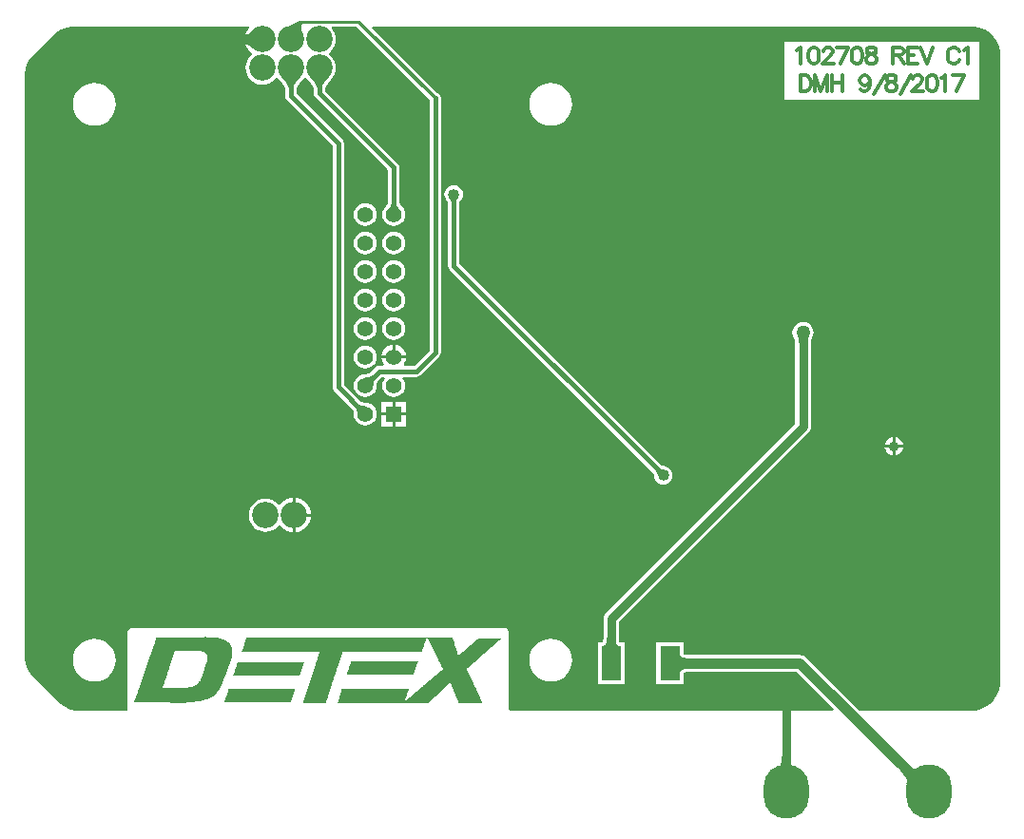
<source format=gtl>
G04 Layer_Physical_Order=1*
G04 Layer_Color=255*
%FSAX24Y24*%
%MOIN*%
G70*
G01*
G75*
%ADD10R,0.0701X0.1240*%
%ADD11C,0.0300*%
%ADD12C,0.0150*%
%ADD13C,0.0120*%
%ADD14C,0.0110*%
%ADD15C,0.0350*%
%ADD16C,0.0560*%
%ADD17R,0.0560X0.0560*%
%ADD18C,0.0920*%
%ADD19O,0.1600X0.1900*%
%ADD20C,0.0400*%
%ADD21C,0.0350*%
%ADD22C,0.0500*%
G36*
X-011518Y010817D02*
X-011507Y010787D01*
X-011490Y010761D01*
X-011465Y010738D01*
X-011434Y010719D01*
X-011395Y010703D01*
X-011350Y010691D01*
X-011297Y010682D01*
X-011238Y010677D01*
X-011171Y010675D01*
Y010325D01*
X-011238Y010323D01*
X-011297Y010318D01*
X-011350Y010309D01*
X-011395Y010297D01*
X-011434Y010281D01*
X-011465Y010262D01*
X-011490Y010239D01*
X-011507Y010213D01*
X-011518Y010183D01*
X-011521Y010150D01*
Y010850D01*
X-011518Y010817D01*
D02*
G37*
G36*
X-019503Y011398D02*
X-019487D01*
Y011331D01*
X-019470D01*
Y011298D01*
X-019453D01*
Y011265D01*
X-019437D01*
Y011181D01*
X-019420D01*
Y011114D01*
X-019403D01*
Y011081D01*
X-019387D01*
Y011031D01*
X-019370D01*
Y010981D01*
X-019353D01*
Y010931D01*
X-019337D01*
Y010864D01*
X-019320D01*
Y010814D01*
X-019303D01*
Y010798D01*
X-019236D01*
Y010814D01*
X-019220D01*
Y010831D01*
X-019203D01*
Y010848D01*
X-019186D01*
Y010864D01*
X-019170D01*
Y010881D01*
X-019153D01*
Y010898D01*
X-019136D01*
Y010914D01*
X-019103D01*
Y010931D01*
X-019086D01*
Y010948D01*
X-019070D01*
Y010964D01*
X-019053D01*
Y010981D01*
X-019036D01*
Y010998D01*
X-019020D01*
Y011014D01*
X-018986D01*
Y011031D01*
X-018970D01*
Y011048D01*
X-018953D01*
Y011064D01*
X-018936D01*
Y011081D01*
X-018920D01*
Y011098D01*
X-018903D01*
Y011114D01*
X-018886D01*
Y011131D01*
X-018853D01*
Y011148D01*
X-018836D01*
Y011164D01*
X-018819D01*
Y011181D01*
X-018803D01*
Y011198D01*
X-018786D01*
Y011215D01*
X-018769D01*
Y011231D01*
X-018736D01*
Y011248D01*
X-018719D01*
Y011265D01*
X-018703D01*
Y011281D01*
X-018686D01*
Y011298D01*
X-018669D01*
Y011315D01*
X-018653D01*
Y011331D01*
X-018636D01*
Y011348D01*
X-018603D01*
Y011365D01*
X-018586D01*
Y011381D01*
X-017785D01*
Y011365D01*
X-017802D01*
Y011348D01*
X-017819D01*
Y011331D01*
X-017835D01*
Y011315D01*
X-017869D01*
Y011298D01*
X-017885D01*
Y011281D01*
X-017902D01*
Y011265D01*
X-017919D01*
Y011248D01*
X-017935D01*
Y011231D01*
X-017952D01*
Y011215D01*
X-017985D01*
Y011198D01*
X-018002D01*
Y011181D01*
X-018019D01*
Y011164D01*
X-018035D01*
Y011148D01*
X-018052D01*
Y011131D01*
X-018069D01*
Y011114D01*
X-018086D01*
Y011098D01*
X-018102D01*
Y011081D01*
X-018136D01*
Y011064D01*
X-018152D01*
Y011048D01*
X-018169D01*
Y011031D01*
X-018186D01*
Y011014D01*
X-018202D01*
Y010998D01*
X-018219D01*
Y010981D01*
X-018236D01*
Y010964D01*
X-018252D01*
Y010948D01*
X-018269D01*
Y010931D01*
X-018286D01*
Y010914D01*
X-018319D01*
Y010898D01*
X-018336D01*
Y010881D01*
X-018352D01*
Y010864D01*
X-018369D01*
Y010848D01*
X-018386D01*
Y010831D01*
X-018419D01*
Y010814D01*
X-018436D01*
Y010798D01*
X-018452D01*
Y010781D01*
X-018469D01*
Y010764D01*
X-018486D01*
Y010747D01*
X-018503D01*
Y010731D01*
X-018519D01*
Y010714D01*
X-018536D01*
Y010697D01*
X-018553D01*
Y010681D01*
X-018569D01*
Y010664D01*
X-018586D01*
Y010647D01*
X-018603D01*
Y010631D01*
X-018636D01*
Y010614D01*
X-018653D01*
Y010597D01*
X-018669D01*
Y010581D01*
X-018686D01*
Y010564D01*
X-018703D01*
Y010547D01*
X-018736D01*
Y010531D01*
X-018753D01*
Y010514D01*
X-018769D01*
Y010497D01*
X-018786D01*
Y010481D01*
X-018803D01*
Y010464D01*
X-018819D01*
Y010447D01*
X-018853D01*
Y010414D01*
X-018869D01*
Y010397D01*
X-018903D01*
Y010381D01*
X-018920D01*
Y010364D01*
X-018936D01*
Y010347D01*
X-018953D01*
Y010330D01*
X-018986D01*
Y010247D01*
X-018970D01*
Y010230D01*
X-018953D01*
Y010180D01*
X-018936D01*
Y010147D01*
X-018920D01*
Y010114D01*
X-018903D01*
Y010097D01*
X-018886D01*
Y010047D01*
X-018869D01*
Y010014D01*
X-018853D01*
Y009980D01*
X-018836D01*
Y009930D01*
X-018819D01*
Y009897D01*
X-018803D01*
Y009863D01*
X-018786D01*
Y009830D01*
X-018769D01*
Y009797D01*
X-018753D01*
Y009747D01*
X-018736D01*
Y009713D01*
X-018719D01*
Y009680D01*
X-018703D01*
Y009663D01*
X-018686D01*
Y009630D01*
X-018669D01*
Y009580D01*
X-018653D01*
Y009547D01*
X-018636D01*
Y009530D01*
X-018619D01*
Y009480D01*
X-018603D01*
Y009430D01*
X-018586D01*
Y009396D01*
X-018569D01*
Y009380D01*
X-018553D01*
Y009330D01*
X-018536D01*
Y009280D01*
X-018519D01*
Y009246D01*
X-018503D01*
Y009230D01*
X-018486D01*
Y009180D01*
X-018469D01*
Y009146D01*
X-018452D01*
Y009113D01*
X-019286D01*
Y009146D01*
X-019303D01*
Y009196D01*
X-019320D01*
Y009230D01*
X-019337D01*
Y009263D01*
X-019353D01*
Y009313D01*
X-019370D01*
Y009346D01*
X-019387D01*
Y009380D01*
X-019403D01*
Y009430D01*
X-019420D01*
Y009463D01*
X-019437D01*
Y009513D01*
X-019453D01*
Y009563D01*
X-019470D01*
Y009597D01*
X-019487D01*
Y009630D01*
X-019503D01*
Y009663D01*
X-019520D01*
Y009730D01*
X-019537D01*
Y009780D01*
X-019553D01*
Y009797D01*
X-019620D01*
Y009780D01*
X-019637D01*
Y009763D01*
X-019653D01*
Y009747D01*
X-019670D01*
Y009730D01*
X-019687D01*
Y009713D01*
X-019703D01*
Y009697D01*
X-019720D01*
Y009680D01*
X-019737D01*
Y009663D01*
X-019754D01*
Y009647D01*
X-019787D01*
Y009630D01*
X-019804D01*
Y009613D01*
X-019820D01*
Y009580D01*
X-019854D01*
Y009563D01*
X-019870D01*
Y009547D01*
X-019887D01*
Y009530D01*
X-019904D01*
Y009513D01*
X-019920D01*
Y009496D01*
X-019937D01*
Y009480D01*
X-019954D01*
Y009463D01*
X-019970D01*
Y009446D01*
X-019987D01*
Y009430D01*
X-020004D01*
Y009413D01*
X-020037D01*
Y009380D01*
X-020054D01*
Y009363D01*
X-020070D01*
Y009346D01*
X-020104D01*
Y009330D01*
X-020120D01*
Y009313D01*
X-020137D01*
Y009296D01*
X-020154D01*
Y009280D01*
X-020171D01*
Y009263D01*
X-020187D01*
Y009246D01*
X-020204D01*
Y009230D01*
X-020221D01*
Y009213D01*
X-020237D01*
Y009196D01*
X-020271D01*
Y009180D01*
X-020287D01*
Y009163D01*
X-020304D01*
Y009146D01*
X-020321D01*
Y009130D01*
X-020337D01*
Y009113D01*
X-023507D01*
Y009130D01*
X-023490D01*
Y009196D01*
X-023473D01*
Y009246D01*
X-023456D01*
Y009313D01*
X-023440D01*
Y009380D01*
X-023423D01*
Y009396D01*
X-023406D01*
Y009480D01*
X-023390D01*
Y009563D01*
X-023373D01*
Y009613D01*
X-021021D01*
Y009597D01*
X-021038D01*
Y009530D01*
X-021055D01*
Y009480D01*
X-021071D01*
Y009463D01*
X-021088D01*
Y009413D01*
X-021105D01*
Y009330D01*
X-021121D01*
Y009296D01*
X-021138D01*
Y009280D01*
X-021155D01*
Y009213D01*
X-021105D01*
Y009230D01*
X-021071D01*
Y009246D01*
X-021055D01*
Y009263D01*
X-021038D01*
Y009280D01*
X-021021D01*
Y009296D01*
X-020988D01*
Y009313D01*
X-020971D01*
Y009330D01*
X-020954D01*
Y009346D01*
X-020938D01*
Y009363D01*
X-020921D01*
Y009380D01*
X-020904D01*
Y009396D01*
X-020888D01*
Y009413D01*
X-020871D01*
Y009430D01*
X-020854D01*
Y009446D01*
X-020821D01*
Y009463D01*
X-020804D01*
Y009480D01*
X-020788D01*
Y009496D01*
X-020771D01*
Y009513D01*
X-020738D01*
Y009530D01*
X-020721D01*
Y009547D01*
X-020704D01*
Y009563D01*
X-020688D01*
Y009580D01*
X-020671D01*
Y009597D01*
X-020654D01*
Y009613D01*
X-020638D01*
Y009630D01*
X-020604D01*
Y009647D01*
X-020588D01*
Y009663D01*
X-020571D01*
Y009680D01*
X-020537D01*
Y009697D01*
X-020521D01*
Y009730D01*
X-020504D01*
Y009747D01*
X-020471D01*
Y009763D01*
X-020454D01*
Y009780D01*
X-020437D01*
Y009797D01*
X-020404D01*
Y009813D01*
X-020387D01*
Y009830D01*
X-020371D01*
Y009847D01*
X-020354D01*
Y009863D01*
X-020337D01*
Y009880D01*
X-020321D01*
Y009897D01*
X-020287D01*
Y009913D01*
X-020271D01*
Y009930D01*
X-020254D01*
Y009947D01*
X-020237D01*
Y009964D01*
X-020221D01*
Y009980D01*
X-020187D01*
Y010014D01*
X-020154D01*
Y010030D01*
X-020137D01*
Y010047D01*
X-020120D01*
Y010064D01*
X-020104D01*
Y010080D01*
X-020070D01*
Y010097D01*
X-020054D01*
Y010114D01*
X-020037D01*
Y010130D01*
X-020004D01*
Y010164D01*
X-019987D01*
Y010180D01*
X-019954D01*
Y010197D01*
X-019937D01*
Y010214D01*
X-019920D01*
Y010230D01*
X-019904D01*
Y010247D01*
X-019870D01*
Y010264D01*
X-019837D01*
Y010330D01*
X-019854D01*
Y010347D01*
X-019870D01*
Y010381D01*
X-019887D01*
Y010414D01*
X-019904D01*
Y010464D01*
X-019920D01*
Y010481D01*
X-019937D01*
Y010531D01*
X-019954D01*
Y010564D01*
X-019970D01*
Y010581D01*
X-019987D01*
Y010631D01*
X-020004D01*
Y010664D01*
X-020020D01*
Y010697D01*
X-020037D01*
Y010731D01*
X-020054D01*
Y010764D01*
X-020070D01*
Y010798D01*
X-020087D01*
Y010831D01*
X-020104D01*
Y010864D01*
X-020120D01*
Y010914D01*
X-020137D01*
Y010931D01*
X-020154D01*
Y010948D01*
X-020171D01*
Y010998D01*
X-020187D01*
Y011048D01*
X-020204D01*
Y011064D01*
X-020221D01*
Y011081D01*
X-020237D01*
Y011131D01*
X-020254D01*
Y011181D01*
X-020271D01*
Y011198D01*
X-020287D01*
Y011231D01*
X-020304D01*
Y011281D01*
X-020321D01*
Y011315D01*
X-020337D01*
Y011331D01*
X-020354D01*
Y011365D01*
X-020371D01*
Y011381D01*
X-020421D01*
Y011331D01*
X-020437D01*
Y011265D01*
X-020454D01*
Y011231D01*
X-020471D01*
Y011198D01*
X-020487D01*
Y011131D01*
X-020504D01*
Y011064D01*
X-020521D01*
Y011031D01*
X-020537D01*
Y010998D01*
X-020554D01*
Y010931D01*
X-020571D01*
Y010914D01*
X-023323D01*
Y010898D01*
X-023340D01*
Y010864D01*
X-023356D01*
Y010814D01*
X-023373D01*
Y010747D01*
X-023390D01*
Y010697D01*
X-023406D01*
Y010664D01*
X-023423D01*
Y010614D01*
X-023440D01*
Y010564D01*
X-023456D01*
Y010514D01*
X-023473D01*
Y010464D01*
X-023490D01*
Y010414D01*
X-023507D01*
Y010381D01*
X-023523D01*
Y010330D01*
X-023540D01*
Y010264D01*
X-023557D01*
Y010214D01*
X-023573D01*
Y010164D01*
X-023590D01*
Y010097D01*
X-023607D01*
Y010064D01*
X-023623D01*
Y010030D01*
X-023640D01*
Y009980D01*
X-023657D01*
Y009913D01*
X-023673D01*
Y009863D01*
X-023690D01*
Y009830D01*
X-023707D01*
Y009780D01*
X-023723D01*
Y009713D01*
X-023740D01*
Y009663D01*
X-023757D01*
Y009613D01*
X-023773D01*
Y009580D01*
X-023790D01*
Y009496D01*
X-023807D01*
Y009446D01*
X-023823D01*
Y009413D01*
X-023840D01*
Y009363D01*
X-023857D01*
Y009280D01*
X-023873D01*
Y009230D01*
X-023890D01*
Y009213D01*
X-023907D01*
Y009163D01*
X-023923D01*
Y009113D01*
X-024724D01*
Y009146D01*
X-024707D01*
Y009196D01*
X-024691D01*
Y009246D01*
X-024674D01*
Y009296D01*
X-024657D01*
Y009363D01*
X-024641D01*
Y009413D01*
X-024624D01*
Y009430D01*
X-024607D01*
Y009513D01*
X-024591D01*
Y009563D01*
X-024574D01*
Y009613D01*
X-024557D01*
Y009647D01*
X-024541D01*
Y009713D01*
X-024524D01*
Y009763D01*
X-024507D01*
Y009797D01*
X-024491D01*
Y009830D01*
X-024474D01*
Y009913D01*
X-024457D01*
Y009947D01*
X-024441D01*
Y009997D01*
X-024424D01*
Y010047D01*
X-024407D01*
Y010114D01*
X-024391D01*
Y010147D01*
X-024374D01*
Y010197D01*
X-024357D01*
Y010247D01*
X-024340D01*
Y010297D01*
X-024324D01*
Y010347D01*
X-024307D01*
Y010414D01*
X-024290D01*
Y010481D01*
X-024274D01*
Y010531D01*
X-024257D01*
Y010564D01*
X-024240D01*
Y010614D01*
X-024224D01*
Y010697D01*
X-024207D01*
Y010731D01*
X-024190D01*
Y010781D01*
X-024174D01*
Y010831D01*
X-024157D01*
Y010898D01*
X-025225D01*
Y010914D01*
X-025541D01*
Y010898D01*
X-025558D01*
Y010914D01*
X-026876D01*
Y010931D01*
X-026859D01*
Y010964D01*
X-026842D01*
Y011014D01*
X-026826D01*
Y011081D01*
X-026809D01*
Y011114D01*
X-026792D01*
Y011164D01*
X-026776D01*
Y011231D01*
X-026759D01*
Y011281D01*
X-026742D01*
Y011331D01*
X-026726D01*
Y011365D01*
X-026709D01*
Y011415D01*
X-026676D01*
Y011398D01*
X-019520D01*
Y011415D01*
X-019503D01*
Y011398D01*
D02*
G37*
G36*
X-024674Y010531D02*
X-024691D01*
Y010497D01*
X-024707D01*
Y010464D01*
X-024724D01*
Y010397D01*
X-024741D01*
Y010364D01*
X-024757D01*
Y010314D01*
X-024774D01*
Y010264D01*
X-024791D01*
Y010197D01*
X-024808D01*
Y010180D01*
X-024824D01*
Y010114D01*
X-024841D01*
Y010080D01*
X-027176D01*
Y010097D01*
X-027159D01*
Y010147D01*
X-027143D01*
Y010180D01*
X-027126D01*
Y010230D01*
X-027109D01*
Y010297D01*
X-027093D01*
Y010364D01*
X-027076D01*
Y010381D01*
X-027059D01*
Y010447D01*
X-027043D01*
Y010514D01*
X-027026D01*
Y010547D01*
X-024674D01*
Y010531D01*
D02*
G37*
G36*
X-020704D02*
X-020721D01*
Y010497D01*
X-020738D01*
Y010464D01*
X-020754D01*
Y010397D01*
X-020771D01*
Y010364D01*
X-020788D01*
Y010314D01*
X-020804D01*
Y010264D01*
X-020821D01*
Y010230D01*
X-020838D01*
Y010164D01*
X-020854D01*
Y010130D01*
X-020871D01*
Y010097D01*
X-023206D01*
Y010114D01*
X-023190D01*
Y010164D01*
X-023173D01*
Y010197D01*
X-023156D01*
Y010230D01*
X-023140D01*
Y010280D01*
X-023123D01*
Y010347D01*
X-023106D01*
Y010397D01*
X-023089D01*
Y010414D01*
X-023073D01*
Y010481D01*
X-023056D01*
Y010547D01*
X-023039D01*
Y010564D01*
X-020704D01*
Y010531D01*
D02*
G37*
G36*
X-022187Y020507D02*
X-022203Y020489D01*
X-022218Y020469D01*
X-022230Y020448D01*
X-022241Y020425D01*
X-022250Y020401D01*
X-022258Y020375D01*
X-022263Y020347D01*
X-022267Y020317D01*
X-022269Y020286D01*
X-022270Y020253D01*
X-022547Y020530D01*
X-022514Y020531D01*
X-022483Y020533D01*
X-022453Y020537D01*
X-022425Y020542D01*
X-022399Y020550D01*
X-022375Y020559D01*
X-022352Y020570D01*
X-022331Y020582D01*
X-022311Y020597D01*
X-022293Y020613D01*
X-022187Y020507D01*
D02*
G37*
G36*
X-022789Y019597D02*
X-022769Y019582D01*
X-022748Y019570D01*
X-022725Y019559D01*
X-022701Y019550D01*
X-022675Y019542D01*
X-022647Y019537D01*
X-022617Y019533D01*
X-022586Y019531D01*
X-022553Y019530D01*
X-022830Y019253D01*
X-022831Y019286D01*
X-022833Y019317D01*
X-022837Y019347D01*
X-022842Y019375D01*
X-022850Y019401D01*
X-022859Y019425D01*
X-022870Y019448D01*
X-022882Y019469D01*
X-022897Y019489D01*
X-022913Y019507D01*
X-022807Y019613D01*
X-022789Y019597D01*
D02*
G37*
G36*
X-028077Y011415D02*
X-027843D01*
Y011398D01*
X-027693D01*
Y011381D01*
X-027626D01*
Y011365D01*
X-027576D01*
Y011348D01*
X-027510D01*
Y011331D01*
X-027476D01*
Y011315D01*
X-027460D01*
Y011298D01*
X-027410D01*
Y011281D01*
X-027393D01*
Y011265D01*
X-027376D01*
Y011248D01*
X-027343D01*
Y011231D01*
X-027326D01*
Y011215D01*
X-027310D01*
Y011198D01*
X-027293D01*
Y011164D01*
X-027276D01*
Y011131D01*
X-027259D01*
Y011098D01*
X-027243D01*
Y011081D01*
X-027226D01*
Y010981D01*
X-027209D01*
Y010781D01*
X-027226D01*
Y010664D01*
X-027243D01*
Y010631D01*
X-027259D01*
Y010581D01*
X-027276D01*
Y010531D01*
X-027293D01*
Y010464D01*
X-027310D01*
Y010447D01*
X-027326D01*
Y010397D01*
X-027343D01*
Y010330D01*
X-027360D01*
Y010297D01*
X-027376D01*
Y010264D01*
X-027393D01*
Y010214D01*
X-027410D01*
Y010180D01*
X-027426D01*
Y010114D01*
X-027443D01*
Y010080D01*
X-027460D01*
Y010047D01*
X-027476D01*
Y009997D01*
X-027493D01*
Y009964D01*
X-027510D01*
Y009897D01*
X-027526D01*
Y009863D01*
X-027543D01*
Y009830D01*
X-027560D01*
Y009780D01*
X-027576D01*
Y009747D01*
X-027593D01*
Y009713D01*
X-027610D01*
Y009680D01*
X-027626D01*
Y009647D01*
X-027643D01*
Y009597D01*
X-027660D01*
Y009580D01*
X-027676D01*
Y009563D01*
X-027693D01*
Y009530D01*
X-027710D01*
Y009513D01*
X-027727D01*
Y009496D01*
X-027743D01*
Y009463D01*
X-027760D01*
Y009446D01*
X-027777D01*
Y009430D01*
X-027793D01*
Y009413D01*
X-027810D01*
Y009396D01*
X-027827D01*
Y009380D01*
X-027843D01*
Y009363D01*
X-027860D01*
Y009346D01*
X-027893D01*
Y009330D01*
X-027927D01*
Y009313D01*
X-027943D01*
Y009296D01*
X-027977D01*
Y009280D01*
X-028027D01*
Y009263D01*
X-028060D01*
Y009246D01*
X-028093D01*
Y009230D01*
X-028177D01*
Y009213D01*
X-028227D01*
Y009196D01*
X-028294D01*
Y009180D01*
X-028410D01*
Y009163D01*
X-028527D01*
Y009146D01*
X-028661D01*
Y009130D01*
X-028827D01*
Y009113D01*
X-029395D01*
Y009130D01*
X-030362D01*
Y009146D01*
X-030645D01*
Y009196D01*
X-030629D01*
Y009230D01*
X-030612D01*
Y009263D01*
X-030595D01*
Y009313D01*
X-030579D01*
Y009380D01*
X-030562D01*
Y009430D01*
X-030545D01*
Y009446D01*
X-030529D01*
Y009530D01*
X-030512D01*
Y009563D01*
X-030495D01*
Y009613D01*
X-030479D01*
Y009647D01*
X-030462D01*
Y009697D01*
X-030445D01*
Y009747D01*
X-030429D01*
Y009797D01*
X-030412D01*
Y009830D01*
X-030395D01*
Y009897D01*
X-030379D01*
Y009947D01*
X-030362D01*
Y009997D01*
X-030345D01*
Y010047D01*
X-030329D01*
Y010114D01*
X-030312D01*
Y010147D01*
X-030295D01*
Y010180D01*
X-030279D01*
Y010230D01*
X-030262D01*
Y010314D01*
X-030245D01*
Y010330D01*
X-030229D01*
Y010381D01*
X-030212D01*
Y010431D01*
X-030195D01*
Y010497D01*
X-030178D01*
Y010531D01*
X-030162D01*
Y010581D01*
X-030145D01*
Y010631D01*
X-030128D01*
Y010664D01*
X-030112D01*
Y010731D01*
X-030095D01*
Y010764D01*
X-030078D01*
Y010814D01*
X-030062D01*
Y010864D01*
X-030045D01*
Y010914D01*
X-030028D01*
Y010964D01*
X-030012D01*
Y010998D01*
X-029995D01*
Y011048D01*
X-029978D01*
Y011114D01*
X-029962D01*
Y011164D01*
X-029945D01*
Y011181D01*
X-029928D01*
Y011248D01*
X-029912D01*
Y011315D01*
X-029895D01*
Y011365D01*
X-029878D01*
Y011398D01*
X-029862D01*
Y011431D01*
X-029845D01*
Y011415D01*
X-028177D01*
Y011431D01*
X-028110D01*
Y011415D01*
X-028093D01*
Y011431D01*
X-028077D01*
Y011415D01*
D02*
G37*
G36*
X-001008Y032812D02*
X-000826Y032736D01*
X-000663Y032627D01*
X-000523Y032487D01*
X-000414Y032324D01*
X-000338Y032142D01*
X-000300Y031948D01*
Y031850D01*
Y009850D01*
Y009752D01*
X-000338Y009558D01*
X-000414Y009376D01*
X-000523Y009213D01*
X-000663Y009073D01*
X-000826Y008964D01*
X-001008Y008888D01*
X-001202Y008850D01*
X-005239D01*
X-007100Y010710D01*
X-007161Y010758D01*
X-007233Y010787D01*
X-007310Y010798D01*
X-011177D01*
X-011231Y010799D01*
X-011282Y010803D01*
X-011324Y010810D01*
X-011356Y010819D01*
X-011378Y010828D01*
X-011391Y010836D01*
X-011396Y010841D01*
X-011397Y010842D01*
X-011398Y010844D01*
X-011400Y010863D01*
X-011400Y010864D01*
Y011240D01*
X-012341D01*
Y009760D01*
X-011400D01*
Y010136D01*
X-011400Y010137D01*
X-011398Y010156D01*
X-011397Y010158D01*
X-011396Y010159D01*
X-011391Y010164D01*
X-011378Y010172D01*
X-011356Y010181D01*
X-011324Y010190D01*
X-011282Y010197D01*
X-011231Y010201D01*
X-011177Y010202D01*
X-007433D01*
X-006127Y008896D01*
X-006146Y008850D01*
X-017504D01*
X-017536Y008889D01*
X-017534Y008896D01*
Y011626D01*
X-017544Y011675D01*
X-017571Y011716D01*
X-017613Y011744D01*
X-017661Y011753D01*
X-030747D01*
X-030795Y011744D01*
X-030837Y011716D01*
X-030864Y011675D01*
X-030874Y011626D01*
Y008896D01*
X-030872Y008889D01*
X-030904Y008850D01*
X-032684D01*
X-032877Y008888D01*
X-033059Y008964D01*
X-033223Y009073D01*
X-033293Y009143D01*
X-034207Y010057D01*
X-034277Y010127D01*
X-034386Y010291D01*
X-034462Y010473D01*
X-034500Y010666D01*
Y010764D01*
Y031086D01*
Y031184D01*
X-034462Y031377D01*
X-034386Y031559D01*
X-034277Y031723D01*
X-034207Y031793D01*
Y031793D01*
X-033443Y032557D01*
X-033373Y032627D01*
X-033209Y032736D01*
X-033027Y032812D01*
X-032834Y032850D01*
X-026636D01*
X-026613Y032800D01*
X-026670Y032731D01*
X-026726Y032625D01*
X-026747Y032555D01*
X-026747Y032555D01*
X-026707Y032568D01*
X-026668Y032583D01*
X-026631Y032602D01*
X-026594Y032624D01*
X-026558Y032650D01*
X-026523Y032679D01*
X-026489Y032712D01*
Y032440D01*
X-026160D01*
Y032340D01*
X-026489D01*
Y032068D01*
X-026523Y032101D01*
X-026558Y032130D01*
X-026594Y032156D01*
X-026631Y032178D01*
X-026668Y032197D01*
X-026707Y032212D01*
X-026747Y032225D01*
X-026747Y032225D01*
X-026726Y032155D01*
X-026670Y032049D01*
X-026593Y031957D01*
X-026528Y031903D01*
X-026526Y031840D01*
X-026572Y031802D01*
X-026645Y031714D01*
X-026698Y031613D01*
X-026732Y031504D01*
X-026743Y031390D01*
X-026732Y031276D01*
X-026698Y031167D01*
X-026645Y031066D01*
X-026572Y030978D01*
X-026484Y030905D01*
X-026383Y030852D01*
X-026274Y030818D01*
X-026160Y030807D01*
X-026046Y030818D01*
X-025937Y030852D01*
X-025836Y030905D01*
X-025748Y030978D01*
X-025691Y031047D01*
X-025682Y031051D01*
X-025638D01*
X-025629Y031047D01*
X-025572Y030978D01*
X-025568Y030975D01*
X-025525Y030931D01*
X-025451Y030846D01*
X-025424Y030810D01*
X-025401Y030776D01*
X-025384Y030745D01*
X-025371Y030718D01*
X-025363Y030694D01*
X-025359Y030675D01*
X-025359Y030675D01*
Y030410D01*
X-025344Y030334D01*
X-025301Y030269D01*
X-023699Y028668D01*
Y020200D01*
X-023684Y020124D01*
X-023641Y020059D01*
X-022989Y019407D01*
X-022984Y019402D01*
X-022978Y019391D01*
X-022972Y019378D01*
X-022966Y019363D01*
X-022961Y019346D01*
X-022957Y019326D01*
X-022955Y019305D01*
X-022953Y019281D01*
X-022952Y019258D01*
X-022953Y019250D01*
X-022940Y019146D01*
X-022899Y019048D01*
X-022835Y018965D01*
X-022752Y018901D01*
X-022654Y018860D01*
X-022550Y018847D01*
X-022446Y018860D01*
X-022348Y018901D01*
X-022265Y018965D01*
X-022201Y019048D01*
X-022160Y019146D01*
X-022147Y019250D01*
X-022160Y019354D01*
X-022201Y019452D01*
X-022265Y019535D01*
X-022348Y019599D01*
X-022446Y019640D01*
X-022550Y019653D01*
X-022558Y019652D01*
X-022581Y019653D01*
X-022605Y019655D01*
X-022626Y019657D01*
X-022646Y019661D01*
X-022663Y019666D01*
X-022678Y019672D01*
X-022691Y019678D01*
X-022702Y019684D01*
X-022707Y019689D01*
X-023301Y020282D01*
Y028750D01*
X-023316Y028826D01*
X-023359Y028891D01*
X-024961Y030492D01*
Y030675D01*
X-024961Y030675D01*
X-024957Y030694D01*
X-024949Y030718D01*
X-024936Y030745D01*
X-024919Y030776D01*
X-024896Y030810D01*
X-024869Y030846D01*
X-024795Y030931D01*
X-024752Y030975D01*
X-024748Y030978D01*
X-024691Y031047D01*
X-024682Y031051D01*
X-024638D01*
X-024629Y031047D01*
X-024572Y030978D01*
X-024568Y030975D01*
X-024525Y030931D01*
X-024451Y030846D01*
X-024424Y030810D01*
X-024401Y030776D01*
X-024384Y030745D01*
X-024371Y030718D01*
X-024363Y030694D01*
X-024359Y030675D01*
X-024359Y030675D01*
Y030505D01*
X-024344Y030429D01*
X-024301Y030364D01*
X-021749Y027813D01*
Y026672D01*
X-021750Y026664D01*
X-021753Y026652D01*
X-021758Y026639D01*
X-021764Y026624D01*
X-021773Y026609D01*
X-021784Y026592D01*
X-021797Y026575D01*
X-021813Y026556D01*
X-021829Y026540D01*
X-021835Y026535D01*
X-021899Y026452D01*
X-021940Y026354D01*
X-021953Y026250D01*
X-021940Y026146D01*
X-021899Y026048D01*
X-021835Y025965D01*
X-021752Y025901D01*
X-021654Y025860D01*
X-021550Y025847D01*
X-021446Y025860D01*
X-021348Y025901D01*
X-021265Y025965D01*
X-021201Y026048D01*
X-021160Y026146D01*
X-021147Y026250D01*
X-021160Y026354D01*
X-021201Y026452D01*
X-021265Y026535D01*
X-021271Y026540D01*
X-021287Y026556D01*
X-021303Y026575D01*
X-021316Y026592D01*
X-021327Y026609D01*
X-021336Y026624D01*
X-021342Y026639D01*
X-021347Y026652D01*
X-021350Y026664D01*
X-021351Y026672D01*
Y027895D01*
X-021366Y027971D01*
X-021409Y028036D01*
X-023961Y030587D01*
Y030675D01*
X-023961Y030675D01*
X-023957Y030694D01*
X-023949Y030718D01*
X-023936Y030745D01*
X-023919Y030776D01*
X-023896Y030810D01*
X-023869Y030846D01*
X-023795Y030931D01*
X-023752Y030975D01*
X-023748Y030978D01*
X-023675Y031066D01*
X-023622Y031167D01*
X-023588Y031276D01*
X-023577Y031390D01*
X-023588Y031504D01*
X-023622Y031613D01*
X-023675Y031714D01*
X-023748Y031802D01*
X-023817Y031859D01*
X-023821Y031868D01*
Y031912D01*
X-023817Y031921D01*
X-023748Y031978D01*
X-023675Y032066D01*
X-023622Y032167D01*
X-023588Y032276D01*
X-023577Y032390D01*
X-023588Y032504D01*
X-023622Y032613D01*
X-023675Y032714D01*
X-023735Y032787D01*
X-023714Y032837D01*
X-022867D01*
X-022860Y032825D01*
X-020299Y030264D01*
Y021482D01*
X-020832Y020949D01*
X-021183D01*
X-021205Y020994D01*
X-021174Y021033D01*
X-021131Y021138D01*
X-021123Y021200D01*
X-021977D01*
X-021969Y021138D01*
X-021926Y021033D01*
X-021895Y020994D01*
X-021917Y020949D01*
X-022050D01*
X-022126Y020934D01*
X-022191Y020891D01*
X-022393Y020689D01*
X-022398Y020684D01*
X-022409Y020678D01*
X-022422Y020672D01*
X-022437Y020666D01*
X-022454Y020661D01*
X-022474Y020657D01*
X-022495Y020655D01*
X-022519Y020653D01*
X-022542Y020652D01*
X-022550Y020653D01*
X-022654Y020640D01*
X-022752Y020599D01*
X-022835Y020535D01*
X-022899Y020452D01*
X-022940Y020354D01*
X-022953Y020250D01*
X-022940Y020146D01*
X-022899Y020048D01*
X-022835Y019965D01*
X-022752Y019901D01*
X-022654Y019860D01*
X-022550Y019847D01*
X-022446Y019860D01*
X-022348Y019901D01*
X-022265Y019965D01*
X-022201Y020048D01*
X-022160Y020146D01*
X-022147Y020250D01*
X-022148Y020258D01*
X-022147Y020281D01*
X-022145Y020305D01*
X-022143Y020326D01*
X-022139Y020346D01*
X-022134Y020363D01*
X-022128Y020378D01*
X-022122Y020391D01*
X-022116Y020402D01*
X-022111Y020407D01*
X-021968Y020551D01*
X-021886D01*
X-021861Y020501D01*
X-021899Y020452D01*
X-021940Y020354D01*
X-021953Y020250D01*
X-021940Y020146D01*
X-021899Y020048D01*
X-021835Y019965D01*
X-021752Y019901D01*
X-021654Y019860D01*
X-021550Y019847D01*
X-021446Y019860D01*
X-021348Y019901D01*
X-021265Y019965D01*
X-021201Y020048D01*
X-021160Y020146D01*
X-021147Y020250D01*
X-021160Y020354D01*
X-021201Y020452D01*
X-021239Y020501D01*
X-021214Y020551D01*
X-020750D01*
X-020674Y020566D01*
X-020609Y020609D01*
X-019959Y021259D01*
X-019916Y021324D01*
X-019901Y021400D01*
Y030325D01*
X-019916Y030401D01*
X-019959Y030466D01*
X-020024Y030509D01*
X-020024Y030509D01*
X-022319Y032804D01*
X-022300Y032850D01*
X-001202D01*
X-001008Y032812D01*
D02*
G37*
G36*
X-007649Y007159D02*
X-007644Y007101D01*
X-007637Y007049D01*
X-007626Y007004D01*
X-007613Y006967D01*
X-007596Y006936D01*
X-007577Y006912D01*
X-007554Y006894D01*
X-007529Y006884D01*
X-007500Y006881D01*
X-008100D01*
X-008071Y006884D01*
X-008046Y006894D01*
X-008023Y006912D01*
X-008004Y006936D01*
X-007987Y006967D01*
X-007974Y007004D01*
X-007963Y007049D01*
X-007956Y007101D01*
X-007951Y007159D01*
X-007950Y007225D01*
X-007650D01*
X-007649Y007159D01*
D02*
G37*
G36*
X-024991Y009597D02*
X-025008D01*
Y009530D01*
X-025024D01*
Y009496D01*
X-025041D01*
Y009463D01*
X-025058D01*
Y009413D01*
X-025074D01*
Y009346D01*
X-025091D01*
Y009313D01*
X-025108D01*
Y009280D01*
X-025124D01*
Y009213D01*
X-025141D01*
Y009146D01*
X-027476D01*
Y009196D01*
X-027460D01*
Y009230D01*
X-027443D01*
Y009313D01*
X-027426D01*
Y009330D01*
X-027410D01*
Y009380D01*
X-027393D01*
Y009446D01*
X-027376D01*
Y009463D01*
X-027360D01*
Y009547D01*
X-027343D01*
Y009597D01*
X-027326D01*
Y009613D01*
X-024991D01*
Y009597D01*
D02*
G37*
G36*
X-003505Y006945D02*
X-003452Y006900D01*
X-003403Y006863D01*
X-003358Y006835D01*
X-003317Y006816D01*
X-003279Y006805D01*
X-003245Y006803D01*
X-003214Y006810D01*
X-003188Y006825D01*
X-003165Y006849D01*
X-003585Y006281D01*
X-003568Y006311D01*
X-003559Y006344D01*
X-003558Y006380D01*
X-003565Y006419D01*
X-003580Y006461D01*
X-003603Y006506D01*
X-003634Y006555D01*
X-003673Y006606D01*
X-003720Y006660D01*
X-003775Y006718D01*
X-003562Y006999D01*
X-003505Y006945D01*
D02*
G37*
G36*
X-024885Y031014D02*
X-024964Y030924D01*
X-024996Y030881D01*
X-025023Y030840D01*
X-025045Y030801D01*
X-025063Y030763D01*
X-025075Y030727D01*
X-025083Y030693D01*
X-025085Y030660D01*
X-025235D01*
X-025237Y030693D01*
X-025245Y030727D01*
X-025257Y030763D01*
X-025275Y030801D01*
X-025297Y030840D01*
X-025324Y030881D01*
X-025356Y030924D01*
X-025435Y031014D01*
X-025482Y031061D01*
X-024838D01*
X-024885Y031014D01*
D02*
G37*
G36*
X-023885D02*
X-023964Y030924D01*
X-023996Y030881D01*
X-024023Y030840D01*
X-024045Y030801D01*
X-024063Y030763D01*
X-024075Y030727D01*
X-024083Y030693D01*
X-024085Y030660D01*
X-024235D01*
X-024237Y030693D01*
X-024245Y030727D01*
X-024257Y030763D01*
X-024275Y030801D01*
X-024297Y030840D01*
X-024324Y030881D01*
X-024356Y030924D01*
X-024435Y031014D01*
X-024482Y031061D01*
X-023838D01*
X-023885Y031014D01*
D02*
G37*
G36*
X-024746Y032976D02*
X-024767Y032951D01*
X-024783Y032923D01*
X-024794Y032891D01*
X-024800Y032856D01*
X-024801Y032817D01*
X-024798Y032775D01*
X-024790Y032729D01*
X-024777Y032680D01*
X-024760Y032627D01*
X-024737Y032571D01*
X-025333Y032816D01*
X-024848Y033030D01*
X-024746Y032976D01*
D02*
G37*
G36*
X-021474Y026664D02*
X-021470Y026640D01*
X-021464Y026616D01*
X-021456Y026593D01*
X-021445Y026569D01*
X-021431Y026545D01*
X-021416Y026521D01*
X-021398Y026497D01*
X-021377Y026474D01*
X-021354Y026450D01*
X-021746D01*
X-021723Y026474D01*
X-021702Y026497D01*
X-021684Y026521D01*
X-021669Y026545D01*
X-021655Y026569D01*
X-021644Y026593D01*
X-021636Y026616D01*
X-021630Y026640D01*
X-021626Y026664D01*
X-021625Y026688D01*
X-021475D01*
X-021474Y026664D01*
D02*
G37*
%LPC*%
G36*
X-028360Y010948D02*
X-029211D01*
Y010931D01*
X-029228D01*
Y010898D01*
X-029244D01*
Y010848D01*
X-029261D01*
Y010814D01*
X-029278D01*
Y010764D01*
X-029294D01*
Y010714D01*
X-029311D01*
Y010647D01*
X-029328D01*
Y010597D01*
X-029344D01*
Y010564D01*
X-029361D01*
Y010497D01*
X-029378D01*
Y010464D01*
X-029395D01*
Y010397D01*
X-029411D01*
Y010347D01*
X-029428D01*
Y010280D01*
X-029445D01*
Y010247D01*
X-029461D01*
Y010197D01*
X-029478D01*
Y010130D01*
X-029495D01*
Y010064D01*
X-029511D01*
Y010047D01*
X-029528D01*
Y009980D01*
X-029545D01*
Y009930D01*
X-029561D01*
Y009897D01*
X-029578D01*
Y009830D01*
X-029595D01*
Y009780D01*
X-029611D01*
Y009730D01*
X-029628D01*
Y009713D01*
X-029645D01*
Y009647D01*
X-028744D01*
Y009663D01*
X-028644D01*
Y009680D01*
X-028577D01*
Y009697D01*
X-028544D01*
Y009713D01*
X-028510D01*
Y009730D01*
X-028494D01*
Y009747D01*
X-028460D01*
Y009763D01*
X-028444D01*
Y009780D01*
X-028427D01*
Y009797D01*
X-028410D01*
Y009813D01*
X-028377D01*
Y009863D01*
X-028360D01*
Y009880D01*
X-028327D01*
Y009930D01*
X-028310D01*
Y009964D01*
X-028294D01*
Y009997D01*
X-028277D01*
Y010030D01*
X-028260D01*
Y010080D01*
X-028244D01*
Y010147D01*
X-028227D01*
Y010180D01*
X-028210D01*
Y010230D01*
X-028194D01*
Y010297D01*
X-028177D01*
Y010364D01*
X-028160D01*
Y010414D01*
X-028144D01*
Y010464D01*
X-028127D01*
Y010497D01*
X-028110D01*
Y010547D01*
X-028093D01*
Y010631D01*
X-028077D01*
Y010764D01*
X-028093D01*
Y010814D01*
X-028110D01*
Y010848D01*
X-028144D01*
Y010864D01*
X-028160D01*
Y010881D01*
X-028177D01*
Y010898D01*
X-028227D01*
Y010914D01*
X-028277D01*
Y010931D01*
X-028360D01*
Y010948D01*
D02*
G37*
G36*
X-003970Y018441D02*
Y018170D01*
X-003699D01*
X-003703Y018205D01*
X-003736Y018284D01*
X-003788Y018352D01*
X-003856Y018404D01*
X-003935Y018437D01*
X-003970Y018441D01*
D02*
G37*
G36*
X-004070Y018070D02*
X-004341D01*
X-004337Y018035D01*
X-004304Y017956D01*
X-004252Y017888D01*
X-004184Y017836D01*
X-004105Y017803D01*
X-004070Y017799D01*
Y018070D01*
D02*
G37*
G36*
X-003699D02*
X-003970D01*
Y017799D01*
X-003935Y017803D01*
X-003856Y017836D01*
X-003788Y017888D01*
X-003736Y017956D01*
X-003703Y018035D01*
X-003699Y018070D01*
D02*
G37*
G36*
X-004070Y018441D02*
X-004105Y018437D01*
X-004184Y018404D01*
X-004252Y018352D01*
X-004304Y018284D01*
X-004337Y018205D01*
X-004341Y018170D01*
X-004070D01*
Y018441D01*
D02*
G37*
G36*
X-019450Y027273D02*
X-019534Y027262D01*
X-019611Y027230D01*
X-019678Y027178D01*
X-019730Y027111D01*
X-019762Y027034D01*
X-019773Y026950D01*
X-019762Y026866D01*
X-019730Y026789D01*
X-019678Y026722D01*
X-019676Y026720D01*
X-019670Y026714D01*
X-019665Y026708D01*
X-019661Y026702D01*
X-019658Y026696D01*
X-019655Y026689D01*
X-019652Y026682D01*
X-019650Y026674D01*
X-019649Y026666D01*
Y024450D01*
X-019634Y024374D01*
X-019591Y024309D01*
X-012442Y017161D01*
X-012437Y017153D01*
X-012433Y017146D01*
X-012429Y017140D01*
X-012427Y017133D01*
X-012425Y017126D01*
X-012424Y017119D01*
X-012423Y017111D01*
X-012422Y017103D01*
X-012423Y017100D01*
X-012412Y017016D01*
X-012380Y016939D01*
X-012328Y016872D01*
X-012261Y016820D01*
X-012184Y016788D01*
X-012100Y016777D01*
X-012016Y016788D01*
X-011939Y016820D01*
X-011872Y016872D01*
X-011820Y016939D01*
X-011788Y017016D01*
X-011777Y017100D01*
X-011788Y017184D01*
X-011820Y017261D01*
X-011872Y017328D01*
X-011939Y017380D01*
X-012016Y017412D01*
X-012100Y017423D01*
X-012103Y017422D01*
X-012111Y017423D01*
X-012119Y017424D01*
X-012126Y017425D01*
X-012133Y017427D01*
X-012140Y017429D01*
X-012146Y017433D01*
X-012153Y017437D01*
X-012161Y017442D01*
X-019251Y024532D01*
Y026666D01*
X-019250Y026674D01*
X-019248Y026682D01*
X-019245Y026689D01*
X-019242Y026696D01*
X-019239Y026702D01*
X-019235Y026708D01*
X-019230Y026714D01*
X-019224Y026720D01*
X-019222Y026722D01*
X-019170Y026789D01*
X-019138Y026866D01*
X-019127Y026950D01*
X-019138Y027034D01*
X-019170Y027111D01*
X-019222Y027178D01*
X-019289Y027230D01*
X-019366Y027262D01*
X-019450Y027273D01*
D02*
G37*
G36*
X-016050Y011369D02*
X-016197Y011354D01*
X-016338Y011311D01*
X-016469Y011242D01*
X-016583Y011148D01*
X-016677Y011034D01*
X-016746Y010903D01*
X-016789Y010762D01*
X-016804Y010615D01*
X-016789Y010468D01*
X-016746Y010327D01*
X-016677Y010196D01*
X-016583Y010082D01*
X-016469Y009988D01*
X-016338Y009919D01*
X-016197Y009876D01*
X-016050Y009861D01*
X-015903Y009876D01*
X-015762Y009919D01*
X-015631Y009988D01*
X-015517Y010082D01*
X-015423Y010196D01*
X-015354Y010327D01*
X-015311Y010468D01*
X-015296Y010615D01*
X-015311Y010762D01*
X-015354Y010903D01*
X-015423Y011034D01*
X-015517Y011148D01*
X-015631Y011242D01*
X-015762Y011311D01*
X-015903Y011354D01*
X-016050Y011369D01*
D02*
G37*
G36*
X-032050D02*
X-032197Y011354D01*
X-032338Y011311D01*
X-032469Y011242D01*
X-032583Y011148D01*
X-032677Y011034D01*
X-032746Y010903D01*
X-032789Y010762D01*
X-032804Y010615D01*
X-032789Y010468D01*
X-032746Y010327D01*
X-032677Y010196D01*
X-032583Y010082D01*
X-032469Y009988D01*
X-032338Y009919D01*
X-032197Y009876D01*
X-032050Y009861D01*
X-031903Y009876D01*
X-031762Y009919D01*
X-031631Y009988D01*
X-031517Y010082D01*
X-031423Y010196D01*
X-031354Y010327D01*
X-031311Y010468D01*
X-031296Y010615D01*
X-031311Y010762D01*
X-031354Y010903D01*
X-031423Y011034D01*
X-031517Y011148D01*
X-031631Y011242D01*
X-031762Y011311D01*
X-031903Y011354D01*
X-032050Y011369D01*
D02*
G37*
G36*
X-007200Y022473D02*
X-007297Y022460D01*
X-007387Y022423D01*
X-007464Y022364D01*
X-007523Y022287D01*
X-007560Y022197D01*
X-007573Y022100D01*
X-007560Y022003D01*
X-007523Y021913D01*
X-007478Y021855D01*
X-007478Y021852D01*
X-007473Y021773D01*
X-007472Y021749D01*
X-007472Y021749D01*
Y018913D01*
X-014122Y012263D01*
X-014165Y012207D01*
X-014193Y012141D01*
X-014202Y012070D01*
Y011421D01*
X-014203Y011369D01*
X-014207Y011326D01*
X-014213Y011291D01*
X-014220Y011265D01*
X-014227Y011248D01*
X-014231Y011241D01*
X-014236Y011240D01*
X-014400D01*
Y009760D01*
X-013459D01*
Y011240D01*
X-013624D01*
X-013628Y011241D01*
X-013632Y011248D01*
X-013639Y011265D01*
X-013646Y011291D01*
X-013652Y011326D01*
X-013656Y011369D01*
X-013657Y011421D01*
Y011958D01*
X-007007Y018607D01*
X-006964Y018664D01*
X-006937Y018730D01*
X-006928Y018800D01*
Y021749D01*
X-006928Y021749D01*
X-006927Y021775D01*
X-006926Y021818D01*
X-006922Y021850D01*
X-006922Y021855D01*
X-006877Y021913D01*
X-006840Y022003D01*
X-006827Y022100D01*
X-006840Y022197D01*
X-006877Y022287D01*
X-006936Y022364D01*
X-007013Y022423D01*
X-007103Y022460D01*
X-007200Y022473D01*
D02*
G37*
G36*
X-025100Y016308D02*
X-025170Y016301D01*
X-025285Y016266D01*
X-025391Y016210D01*
X-025483Y016133D01*
X-025537Y016068D01*
X-025600Y016066D01*
X-025638Y016112D01*
X-025726Y016185D01*
X-025827Y016238D01*
X-025936Y016272D01*
X-026050Y016283D01*
X-026164Y016272D01*
X-026273Y016238D01*
X-026374Y016185D01*
X-026462Y016112D01*
X-026535Y016024D01*
X-026588Y015923D01*
X-026622Y015814D01*
X-026633Y015700D01*
X-026622Y015586D01*
X-026588Y015477D01*
X-026535Y015376D01*
X-026462Y015288D01*
X-026374Y015215D01*
X-026273Y015162D01*
X-026164Y015128D01*
X-026050Y015117D01*
X-025936Y015128D01*
X-025827Y015162D01*
X-025726Y015215D01*
X-025638Y015288D01*
X-025600Y015334D01*
X-025537Y015332D01*
X-025483Y015267D01*
X-025391Y015190D01*
X-025285Y015134D01*
X-025170Y015099D01*
X-025100Y015092D01*
Y015700D01*
Y016308D01*
D02*
G37*
G36*
X-025000D02*
Y015750D01*
X-024442D01*
X-024449Y015820D01*
X-024484Y015935D01*
X-024540Y016041D01*
X-024617Y016133D01*
X-024709Y016210D01*
X-024815Y016266D01*
X-024930Y016301D01*
X-025000Y016308D01*
D02*
G37*
G36*
X-024442Y015650D02*
X-025000D01*
Y015092D01*
X-024930Y015099D01*
X-024815Y015134D01*
X-024709Y015190D01*
X-024617Y015267D01*
X-024540Y015359D01*
X-024484Y015465D01*
X-024449Y015580D01*
X-024442Y015650D01*
D02*
G37*
G36*
X-021600Y019200D02*
X-021980D01*
Y018820D01*
X-021600D01*
Y019200D01*
D02*
G37*
G36*
X-021550Y024653D02*
X-021654Y024640D01*
X-021752Y024599D01*
X-021835Y024535D01*
X-021899Y024452D01*
X-021940Y024354D01*
X-021953Y024250D01*
X-021940Y024146D01*
X-021899Y024048D01*
X-021835Y023965D01*
X-021752Y023901D01*
X-021654Y023860D01*
X-021550Y023847D01*
X-021446Y023860D01*
X-021348Y023901D01*
X-021265Y023965D01*
X-021201Y024048D01*
X-021160Y024146D01*
X-021147Y024250D01*
X-021160Y024354D01*
X-021201Y024452D01*
X-021265Y024535D01*
X-021348Y024599D01*
X-021446Y024640D01*
X-021550Y024653D01*
D02*
G37*
G36*
X-022550Y025653D02*
X-022654Y025640D01*
X-022752Y025599D01*
X-022835Y025535D01*
X-022899Y025452D01*
X-022940Y025354D01*
X-022953Y025250D01*
X-022940Y025146D01*
X-022899Y025048D01*
X-022835Y024965D01*
X-022752Y024901D01*
X-022654Y024860D01*
X-022550Y024847D01*
X-022446Y024860D01*
X-022348Y024901D01*
X-022265Y024965D01*
X-022201Y025048D01*
X-022160Y025146D01*
X-022147Y025250D01*
X-022160Y025354D01*
X-022201Y025452D01*
X-022265Y025535D01*
X-022348Y025599D01*
X-022446Y025640D01*
X-022550Y025653D01*
D02*
G37*
G36*
Y024653D02*
X-022654Y024640D01*
X-022752Y024599D01*
X-022835Y024535D01*
X-022899Y024452D01*
X-022940Y024354D01*
X-022953Y024250D01*
X-022940Y024146D01*
X-022899Y024048D01*
X-022835Y023965D01*
X-022752Y023901D01*
X-022654Y023860D01*
X-022550Y023847D01*
X-022446Y023860D01*
X-022348Y023901D01*
X-022265Y023965D01*
X-022201Y024048D01*
X-022160Y024146D01*
X-022147Y024250D01*
X-022160Y024354D01*
X-022201Y024452D01*
X-022265Y024535D01*
X-022348Y024599D01*
X-022446Y024640D01*
X-022550Y024653D01*
D02*
G37*
G36*
Y023653D02*
X-022654Y023640D01*
X-022752Y023599D01*
X-022835Y023535D01*
X-022899Y023452D01*
X-022940Y023354D01*
X-022953Y023250D01*
X-022940Y023146D01*
X-022899Y023048D01*
X-022835Y022965D01*
X-022752Y022901D01*
X-022654Y022860D01*
X-022550Y022847D01*
X-022446Y022860D01*
X-022348Y022901D01*
X-022265Y022965D01*
X-022201Y023048D01*
X-022160Y023146D01*
X-022147Y023250D01*
X-022160Y023354D01*
X-022201Y023452D01*
X-022265Y023535D01*
X-022348Y023599D01*
X-022446Y023640D01*
X-022550Y023653D01*
D02*
G37*
G36*
X-021550D02*
X-021654Y023640D01*
X-021752Y023599D01*
X-021835Y023535D01*
X-021899Y023452D01*
X-021940Y023354D01*
X-021953Y023250D01*
X-021940Y023146D01*
X-021899Y023048D01*
X-021835Y022965D01*
X-021752Y022901D01*
X-021654Y022860D01*
X-021550Y022847D01*
X-021446Y022860D01*
X-021348Y022901D01*
X-021265Y022965D01*
X-021201Y023048D01*
X-021160Y023146D01*
X-021147Y023250D01*
X-021160Y023354D01*
X-021201Y023452D01*
X-021265Y023535D01*
X-021348Y023599D01*
X-021446Y023640D01*
X-021550Y023653D01*
D02*
G37*
G36*
X-016050Y030869D02*
X-016197Y030854D01*
X-016338Y030811D01*
X-016469Y030742D01*
X-016583Y030648D01*
X-016677Y030534D01*
X-016746Y030403D01*
X-016789Y030262D01*
X-016804Y030115D01*
X-016789Y029968D01*
X-016746Y029827D01*
X-016677Y029696D01*
X-016583Y029582D01*
X-016469Y029488D01*
X-016338Y029419D01*
X-016197Y029376D01*
X-016050Y029361D01*
X-015903Y029376D01*
X-015762Y029419D01*
X-015631Y029488D01*
X-015517Y029582D01*
X-015423Y029696D01*
X-015354Y029827D01*
X-015311Y029968D01*
X-015296Y030115D01*
X-015311Y030262D01*
X-015354Y030403D01*
X-015423Y030534D01*
X-015517Y030648D01*
X-015631Y030742D01*
X-015762Y030811D01*
X-015903Y030854D01*
X-016050Y030869D01*
D02*
G37*
G36*
X-001023Y032311D02*
X-007845D01*
Y030280D01*
X-001023D01*
Y032311D01*
D02*
G37*
G36*
X-032050Y030869D02*
X-032197Y030854D01*
X-032338Y030811D01*
X-032469Y030742D01*
X-032583Y030648D01*
X-032677Y030534D01*
X-032746Y030403D01*
X-032789Y030262D01*
X-032804Y030115D01*
X-032789Y029968D01*
X-032746Y029827D01*
X-032677Y029696D01*
X-032583Y029582D01*
X-032469Y029488D01*
X-032338Y029419D01*
X-032197Y029376D01*
X-032050Y029361D01*
X-031903Y029376D01*
X-031762Y029419D01*
X-031631Y029488D01*
X-031517Y029582D01*
X-031423Y029696D01*
X-031354Y029827D01*
X-031311Y029968D01*
X-031296Y030115D01*
X-031311Y030262D01*
X-031354Y030403D01*
X-031423Y030534D01*
X-031517Y030648D01*
X-031631Y030742D01*
X-031762Y030811D01*
X-031903Y030854D01*
X-032050Y030869D01*
D02*
G37*
G36*
X-021550Y025653D02*
X-021654Y025640D01*
X-021752Y025599D01*
X-021835Y025535D01*
X-021899Y025452D01*
X-021940Y025354D01*
X-021953Y025250D01*
X-021940Y025146D01*
X-021899Y025048D01*
X-021835Y024965D01*
X-021752Y024901D01*
X-021654Y024860D01*
X-021550Y024847D01*
X-021446Y024860D01*
X-021348Y024901D01*
X-021265Y024965D01*
X-021201Y025048D01*
X-021160Y025146D01*
X-021147Y025250D01*
X-021160Y025354D01*
X-021201Y025452D01*
X-021265Y025535D01*
X-021348Y025599D01*
X-021446Y025640D01*
X-021550Y025653D01*
D02*
G37*
G36*
X-022550Y026653D02*
X-022654Y026640D01*
X-022752Y026599D01*
X-022835Y026535D01*
X-022899Y026452D01*
X-022940Y026354D01*
X-022953Y026250D01*
X-022940Y026146D01*
X-022899Y026048D01*
X-022835Y025965D01*
X-022752Y025901D01*
X-022654Y025860D01*
X-022550Y025847D01*
X-022446Y025860D01*
X-022348Y025901D01*
X-022265Y025965D01*
X-022201Y026048D01*
X-022160Y026146D01*
X-022147Y026250D01*
X-022160Y026354D01*
X-022201Y026452D01*
X-022265Y026535D01*
X-022348Y026599D01*
X-022446Y026640D01*
X-022550Y026653D01*
D02*
G37*
G36*
Y021653D02*
X-022654Y021640D01*
X-022752Y021599D01*
X-022835Y021535D01*
X-022899Y021452D01*
X-022940Y021354D01*
X-022953Y021250D01*
X-022940Y021146D01*
X-022899Y021048D01*
X-022835Y020965D01*
X-022752Y020901D01*
X-022654Y020860D01*
X-022550Y020847D01*
X-022446Y020860D01*
X-022348Y020901D01*
X-022265Y020965D01*
X-022201Y021048D01*
X-022160Y021146D01*
X-022147Y021250D01*
X-022160Y021354D01*
X-022201Y021452D01*
X-022265Y021535D01*
X-022348Y021599D01*
X-022446Y021640D01*
X-022550Y021653D01*
D02*
G37*
G36*
X-021600Y021677D02*
X-021662Y021669D01*
X-021767Y021626D01*
X-021857Y021557D01*
X-021926Y021467D01*
X-021969Y021362D01*
X-021977Y021300D01*
X-021600D01*
Y021677D01*
D02*
G37*
G36*
X-021120Y019680D02*
X-021500D01*
Y019300D01*
X-021120D01*
Y019680D01*
D02*
G37*
G36*
Y019200D02*
X-021500D01*
Y018820D01*
X-021120D01*
Y019200D01*
D02*
G37*
G36*
X-021600Y019680D02*
X-021980D01*
Y019300D01*
X-021600D01*
Y019680D01*
D02*
G37*
G36*
X-022550Y022653D02*
X-022654Y022640D01*
X-022752Y022599D01*
X-022835Y022535D01*
X-022899Y022452D01*
X-022940Y022354D01*
X-022953Y022250D01*
X-022940Y022146D01*
X-022899Y022048D01*
X-022835Y021965D01*
X-022752Y021901D01*
X-022654Y021860D01*
X-022550Y021847D01*
X-022446Y021860D01*
X-022348Y021901D01*
X-022265Y021965D01*
X-022201Y022048D01*
X-022160Y022146D01*
X-022147Y022250D01*
X-022160Y022354D01*
X-022201Y022452D01*
X-022265Y022535D01*
X-022348Y022599D01*
X-022446Y022640D01*
X-022550Y022653D01*
D02*
G37*
G36*
X-021550D02*
X-021654Y022640D01*
X-021752Y022599D01*
X-021835Y022535D01*
X-021899Y022452D01*
X-021940Y022354D01*
X-021953Y022250D01*
X-021940Y022146D01*
X-021899Y022048D01*
X-021835Y021965D01*
X-021752Y021901D01*
X-021654Y021860D01*
X-021550Y021847D01*
X-021446Y021860D01*
X-021348Y021901D01*
X-021265Y021965D01*
X-021201Y022048D01*
X-021160Y022146D01*
X-021147Y022250D01*
X-021160Y022354D01*
X-021201Y022452D01*
X-021265Y022535D01*
X-021348Y022599D01*
X-021446Y022640D01*
X-021550Y022653D01*
D02*
G37*
G36*
X-021500Y021677D02*
Y021300D01*
X-021123D01*
X-021131Y021362D01*
X-021174Y021467D01*
X-021243Y021557D01*
X-021333Y021626D01*
X-021438Y021669D01*
X-021500Y021677D01*
D02*
G37*
%LPD*%
G36*
X-012249Y017356D02*
X-012234Y017344D01*
X-012219Y017333D01*
X-012204Y017324D01*
X-012188Y017317D01*
X-012171Y017311D01*
X-012155Y017306D01*
X-012138Y017302D01*
X-012120Y017301D01*
X-012102Y017300D01*
X-012300Y017102D01*
X-012301Y017120D01*
X-012302Y017138D01*
X-012306Y017155D01*
X-012311Y017171D01*
X-012317Y017188D01*
X-012324Y017204D01*
X-012333Y017219D01*
X-012344Y017234D01*
X-012356Y017249D01*
X-012369Y017263D01*
X-012263Y017369D01*
X-012249Y017356D01*
D02*
G37*
G36*
X-019322Y026794D02*
X-019333Y026780D01*
X-019343Y026766D01*
X-019352Y026751D01*
X-019359Y026735D01*
X-019365Y026718D01*
X-019369Y026701D01*
X-019372Y026683D01*
X-019374Y026664D01*
X-019375Y026645D01*
X-019525D01*
X-019526Y026664D01*
X-019528Y026683D01*
X-019531Y026701D01*
X-019535Y026718D01*
X-019541Y026735D01*
X-019548Y026751D01*
X-019557Y026766D01*
X-019567Y026780D01*
X-019578Y026794D01*
X-019590Y026807D01*
X-019310D01*
X-019322Y026794D01*
D02*
G37*
G36*
X-013778Y011362D02*
X-013774Y011310D01*
X-013766Y011265D01*
X-013756Y011226D01*
X-013742Y011193D01*
X-013726Y011166D01*
X-013706Y011145D01*
X-013684Y011130D01*
X-013658Y011121D01*
X-013630Y011118D01*
X-014230D01*
X-014201Y011121D01*
X-014176Y011130D01*
X-014153Y011145D01*
X-014134Y011166D01*
X-014117Y011193D01*
X-014104Y011226D01*
X-014093Y011265D01*
X-014086Y011310D01*
X-014081Y011362D01*
X-014080Y011419D01*
X-013780D01*
X-013778Y011362D01*
D02*
G37*
G36*
X-007030Y021915D02*
X-007034Y021907D01*
X-007038Y021896D01*
X-007041Y021882D01*
X-007044Y021866D01*
X-007048Y021827D01*
X-007050Y021778D01*
X-007050Y021750D01*
X-007350D01*
X-007350Y021778D01*
X-007356Y021866D01*
X-007359Y021882D01*
X-007362Y021896D01*
X-007366Y021907D01*
X-007370Y021915D01*
X-007375Y021921D01*
X-007025D01*
X-007030Y021915D01*
D02*
G37*
D10*
X-011870Y010500D02*
D03*
X-013930D02*
D03*
D11*
X-007200Y018800D02*
Y022100D01*
X-013930Y012070D02*
X-007200Y018800D01*
X-013930Y010500D02*
Y012070D01*
X-027200Y032390D02*
X-026160D01*
X-007800Y005990D02*
Y008950D01*
D12*
X-019450Y024450D02*
X-012100Y017100D01*
X-024160Y030505D02*
X-021550Y027895D01*
Y026250D02*
Y027895D01*
X-022550Y020250D02*
X-022050Y020750D01*
X-020750D01*
X-020100Y021400D01*
Y030325D01*
X-023500Y020200D02*
X-022550Y019250D01*
X-023500Y020200D02*
Y028750D01*
X-025160Y030410D02*
X-023500Y028750D01*
X-025160Y030410D02*
Y031390D01*
X-024160Y030505D02*
Y031390D01*
X-019450Y024450D02*
Y026950D01*
D13*
X-022730Y032955D02*
X-020100Y030325D01*
X-007435Y031997D02*
X-007381Y032024D01*
X-007300Y032105D01*
Y031537D01*
X-006856Y032105D02*
X-006937Y032078D01*
X-006991Y031997D01*
X-007018Y031862D01*
Y031780D01*
X-006991Y031645D01*
X-006937Y031564D01*
X-006856Y031537D01*
X-006802D01*
X-006720Y031564D01*
X-006666Y031645D01*
X-006639Y031780D01*
Y031862D01*
X-006666Y031997D01*
X-006720Y032078D01*
X-006802Y032105D01*
X-006856D01*
X-006485Y031970D02*
Y031997D01*
X-006458Y032051D01*
X-006431Y032078D01*
X-006377Y032105D01*
X-006268D01*
X-006214Y032078D01*
X-006187Y032051D01*
X-006160Y031997D01*
Y031943D01*
X-006187Y031889D01*
X-006241Y031808D01*
X-006512Y031537D01*
X-006133D01*
X-005627Y032105D02*
X-005897Y031537D01*
X-006006Y032105D02*
X-005627D01*
X-005337D02*
X-005418Y032078D01*
X-005472Y031997D01*
X-005499Y031862D01*
Y031780D01*
X-005472Y031645D01*
X-005418Y031564D01*
X-005337Y031537D01*
X-005283D01*
X-005201Y031564D01*
X-005147Y031645D01*
X-005120Y031780D01*
Y031862D01*
X-005147Y031997D01*
X-005201Y032078D01*
X-005283Y032105D01*
X-005337D01*
X-004858D02*
X-004939Y032078D01*
X-004966Y032024D01*
Y031970D01*
X-004939Y031916D01*
X-004885Y031889D01*
X-004776Y031862D01*
X-004695Y031835D01*
X-004641Y031780D01*
X-004614Y031726D01*
Y031645D01*
X-004641Y031591D01*
X-004668Y031564D01*
X-004749Y031537D01*
X-004858D01*
X-004939Y031564D01*
X-004966Y031591D01*
X-004993Y031645D01*
Y031726D01*
X-004966Y031780D01*
X-004912Y031835D01*
X-004830Y031862D01*
X-004722Y031889D01*
X-004668Y031916D01*
X-004641Y031970D01*
Y032024D01*
X-004668Y032078D01*
X-004749Y032105D01*
X-004858D01*
X-004040D02*
Y031537D01*
Y032105D02*
X-003796D01*
X-003715Y032078D01*
X-003688Y032051D01*
X-003661Y031997D01*
Y031943D01*
X-003688Y031889D01*
X-003715Y031862D01*
X-003796Y031835D01*
X-004040D01*
X-003850D02*
X-003661Y031537D01*
X-003181Y032105D02*
X-003533D01*
Y031537D01*
X-003181D01*
X-003533Y031835D02*
X-003317D01*
X-003087Y032105D02*
X-002870Y031537D01*
X-002653Y032105D02*
X-002870Y031537D01*
X-001727Y031970D02*
X-001754Y032024D01*
X-001809Y032078D01*
X-001863Y032105D01*
X-001971D01*
X-002025Y032078D01*
X-002079Y032024D01*
X-002106Y031970D01*
X-002134Y031889D01*
Y031753D01*
X-002106Y031672D01*
X-002079Y031618D01*
X-002025Y031564D01*
X-001971Y031537D01*
X-001863D01*
X-001809Y031564D01*
X-001754Y031618D01*
X-001727Y031672D01*
X-001568Y031997D02*
X-001513Y032024D01*
X-001432Y032105D01*
Y031537D01*
X-007304Y031135D02*
Y030566D01*
Y031135D02*
X-007114D01*
X-007033Y031108D01*
X-006979Y031054D01*
X-006952Y031000D01*
X-006925Y030918D01*
Y030783D01*
X-006952Y030702D01*
X-006979Y030648D01*
X-007033Y030593D01*
X-007114Y030566D01*
X-007304D01*
X-006798Y031135D02*
Y030566D01*
Y031135D02*
X-006581Y030566D01*
X-006364Y031135D02*
X-006581Y030566D01*
X-006364Y031135D02*
Y030566D01*
X-006202Y031135D02*
Y030566D01*
X-005823Y031135D02*
Y030566D01*
X-006202Y030864D02*
X-005823D01*
X-004867Y030945D02*
X-004894Y030864D01*
X-004948Y030810D01*
X-005029Y030783D01*
X-005057D01*
X-005138Y030810D01*
X-005192Y030864D01*
X-005219Y030945D01*
Y030973D01*
X-005192Y031054D01*
X-005138Y031108D01*
X-005057Y031135D01*
X-005029D01*
X-004948Y031108D01*
X-004894Y031054D01*
X-004867Y030945D01*
Y030810D01*
X-004894Y030675D01*
X-004948Y030593D01*
X-005029Y030566D01*
X-005084D01*
X-005165Y030593D01*
X-005192Y030648D01*
X-004713Y030485D02*
X-004334Y031135D01*
X-004160D02*
X-004242Y031108D01*
X-004269Y031054D01*
Y031000D01*
X-004242Y030945D01*
X-004187Y030918D01*
X-004079Y030891D01*
X-003998Y030864D01*
X-003944Y030810D01*
X-003917Y030756D01*
Y030675D01*
X-003944Y030621D01*
X-003971Y030593D01*
X-004052Y030566D01*
X-004160D01*
X-004242Y030593D01*
X-004269Y030621D01*
X-004296Y030675D01*
Y030756D01*
X-004269Y030810D01*
X-004214Y030864D01*
X-004133Y030891D01*
X-004025Y030918D01*
X-003971Y030945D01*
X-003944Y031000D01*
Y031054D01*
X-003971Y031108D01*
X-004052Y031135D01*
X-004160D01*
X-003789Y030485D02*
X-003410Y031135D01*
X-003345Y031000D02*
Y031027D01*
X-003318Y031081D01*
X-003291Y031108D01*
X-003237Y031135D01*
X-003129D01*
X-003074Y031108D01*
X-003047Y031081D01*
X-003020Y031027D01*
Y030973D01*
X-003047Y030918D01*
X-003102Y030837D01*
X-003372Y030566D01*
X-002993D01*
X-002704Y031135D02*
X-002785Y031108D01*
X-002839Y031027D01*
X-002866Y030891D01*
Y030810D01*
X-002839Y030675D01*
X-002785Y030593D01*
X-002704Y030566D01*
X-002649D01*
X-002568Y030593D01*
X-002514Y030675D01*
X-002487Y030810D01*
Y030891D01*
X-002514Y031027D01*
X-002568Y031108D01*
X-002649Y031135D01*
X-002704D01*
X-002360Y031027D02*
X-002305Y031054D01*
X-002224Y031135D01*
Y030566D01*
X-001564Y031135D02*
X-001834Y030566D01*
X-001943Y031135D02*
X-001564D01*
D14*
X-025160Y032390D02*
Y032640D01*
X-024785Y033015D01*
X-022790D01*
X-022730Y032955D01*
D15*
X-011870Y010500D02*
X-007310D01*
X-002800Y005990D01*
D16*
X-021550Y026250D02*
D03*
X-022550D02*
D03*
X-021550Y025250D02*
D03*
X-022550D02*
D03*
X-021550Y024250D02*
D03*
X-022550D02*
D03*
X-021550Y023250D02*
D03*
X-022550D02*
D03*
X-021550Y022250D02*
D03*
X-022550D02*
D03*
X-021550Y021250D02*
D03*
X-022550D02*
D03*
X-021550Y020250D02*
D03*
X-022550D02*
D03*
Y019250D02*
D03*
D17*
X-021550D02*
D03*
D18*
X-025050Y015700D02*
D03*
X-026050D02*
D03*
X-026160Y031390D02*
D03*
Y032390D02*
D03*
X-025160D02*
D03*
X-024160D02*
D03*
Y031390D02*
D03*
X-025160D02*
D03*
D19*
X-007800Y005990D02*
D03*
X-002800D02*
D03*
D20*
X-012100Y017100D02*
D03*
X-019450Y026950D02*
D03*
D21*
X-004020Y018120D02*
D03*
D22*
X-007200Y022100D02*
D03*
M02*

</source>
